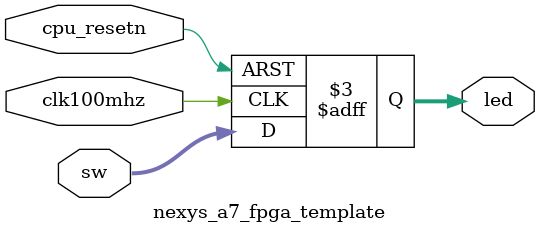
<source format=sv>
`timescale 1ns / 1ps
module nexys_a7_fpga_template (
    input logic clk100mhz,
    input logic cpu_resetn,
    input logic [15:0] sw,
    output logic [15:0] led
);
    always_ff @(posedge clk100mhz or negedge cpu_resetn) begin
        if (!cpu_resetn) begin
            led <= 16'b0;
        end else begin
            led <= sw;
        end
    end
endmodule

</source>
